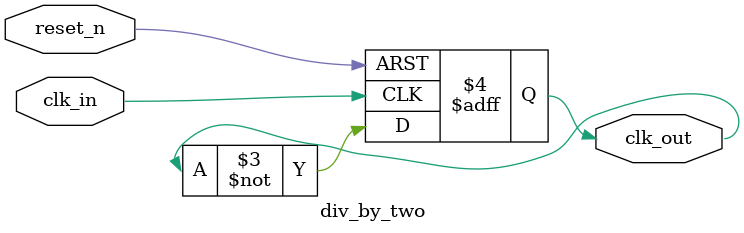
<source format=v>
module div_by_two(
  input      clk_in,
  input      reset_n,
  output reg clk_out
);

always @(posedge clk_in or negedge reset_n)
  begin
    if(!reset_n)
      begin
       clk_out <= 1'b0; 
      end 
    else
      begin
       clk_out <= ~clk_out; 
      end
  end

endmodule

</source>
